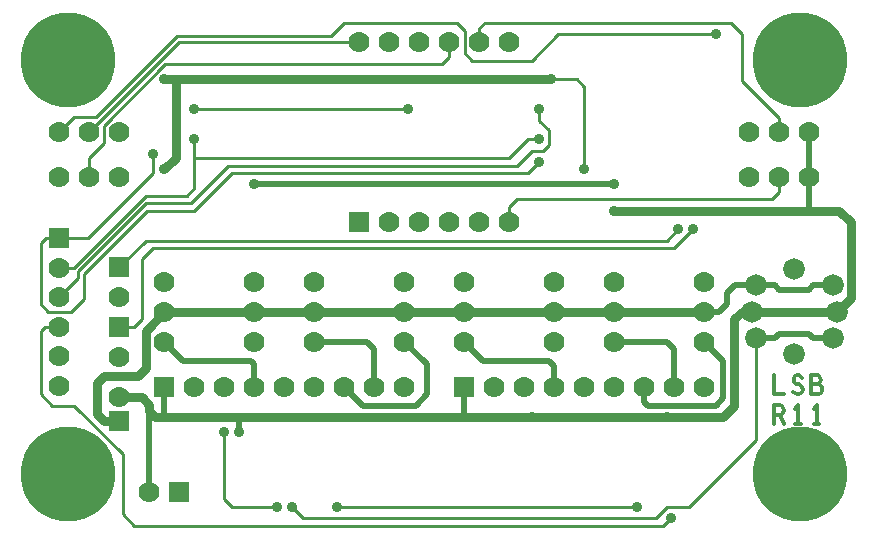
<source format=gtl>
G04 ================== begin FILE IDENTIFICATION RECORD ==================*
G04 Layout Name:  LEDSwitchBoard.brd*
G04 Film Name:    GB_LEDSwitchBoard.GTL*
G04 File Format:  Gerber RS274X*
G04 File Origin:  Cadence Allegro 16.6-S014*
G04 Origin Date:  Thu Feb 25 10:56:10 2016*
G04 *
G04 Layer:  ETCH/TOP*
G04 Layer:  PIN/TOP*
G04 Layer:  VIA CLASS/TOP*
G04 *
G04 Offset:    (0.0000 0.0000)*
G04 Mirror:    No*
G04 Mode:      Positive*
G04 Rotation:  0*
G04 FullContactRelief:  No*
G04 UndefLineWidth:     0.0000*
G04 ================== end FILE IDENTIFICATION RECORD ====================*
%FSLAX25Y25*MOMM*%
%IR0*IPPOS*OFA0.00000B0.00000*MIA0B0*SFA1.00000B1.00000*%
%ADD13C,.9144*%
%ADD10C,8.001*%
%ADD11C,1.778*%
%ADD14C,1.8288*%
%ADD12R,1.778X1.778*%
%ADD15C,.305*%
%ADD16C,.8*%
%ADD17C,.254*%
%ADD18C,.508*%
G75*
%LPD*%
G75*
G54D10*
X-3100000Y-1750000D03*
Y1750000D03*
X3100000Y-1750000D03*
Y1750000D03*
G54D11*
X-3175000Y-1006000D03*
Y-756000D03*
Y-506000D03*
Y-256000D03*
Y-6000D03*
Y762000D03*
X-2921000D03*
X-3175000Y1143000D03*
X-2921000D03*
X-2413000Y-1905000D03*
X-2286000Y-635000D03*
X-2667000Y-762000D03*
Y-1104900D03*
X-2286000Y-381000D03*
Y-127000D03*
X-2667000Y-254000D03*
Y762000D03*
Y1143000D03*
X-1524000Y-635000D03*
Y-1016000D03*
X-1778000D03*
X-2032000D03*
X-1524000Y-381000D03*
Y-127000D03*
X-1016000Y-635000D03*
X-762000Y-1016000D03*
X-1016000D03*
X-1270000D03*
X-1016000Y-381000D03*
Y-127000D03*
X-635000Y1905000D03*
X-254000Y-635000D03*
Y-1016000D03*
X-508000D03*
X-254000Y-381000D03*
Y-127000D03*
X-127000Y381000D03*
X-381000D03*
Y1905000D03*
X-127000D03*
X254000Y-635000D03*
X762000Y-1016000D03*
X508000D03*
X254000Y-381000D03*
Y-127000D03*
X635000Y381000D03*
X381000D03*
X127000D03*
Y1905000D03*
X381000D03*
X635000D03*
X1016000Y-635000D03*
X1524000D03*
Y-1016000D03*
X1270000D03*
X1016000D03*
Y-381000D03*
Y-127000D03*
X1524000Y-381000D03*
Y-127000D03*
X2032000Y-1016000D03*
X1778000D03*
X2286000Y-635000D03*
Y-1016000D03*
Y-381000D03*
Y-127000D03*
X2667000Y762000D03*
X2921000D03*
X2667000Y1143000D03*
X2921000D03*
X3175000Y762000D03*
Y1143000D03*
G54D12*
X-3175000Y244000D03*
X-2159000Y-1905000D03*
X-2286000Y-1016000D03*
X-2667000Y-1308100D03*
Y0D03*
Y-508000D03*
X-635000Y381000D03*
X254000Y-1016000D03*
G54D13*
X-2286000Y825500D03*
X-2381250Y952500D03*
X-2286000Y1587500D03*
X-1651000Y-1397000D03*
X-1778000D03*
X-1524000Y698500D03*
X-2032000Y1079500D03*
Y1333500D03*
X-1206500Y-2032000D03*
X-1333500D03*
X-825500D03*
X-222250Y1333500D03*
X825500Y-1270000D03*
X1270000Y825500D03*
X889000Y889000D03*
Y1079500D03*
Y1333500D03*
X984250Y1587500D03*
X2000240Y-2127240D03*
X1714500Y-2032000D03*
X1968500Y-1270000D03*
X1524000Y476250D03*
Y698500D03*
X2063750Y317500D03*
X2190750D03*
X2381250Y1968500D03*
G54D14*
X2688000Y-381000D03*
X2723000Y-156000D03*
Y-606000D03*
X3048000Y-741000D03*
X3408000Y-381000D03*
X3048000Y-21000D03*
X3373000Y-156000D03*
Y-606000D03*
G54D15*
G01X2877400Y-919480D02*
Y-1079500D01*
X2956980D01*
G01X3035430Y-1058170D02*
X3051340Y-1071500D01*
X3069250Y-1079500D01*
X3085170D01*
X3101090Y-1071500D01*
X3113030Y-1058170D01*
X3118990Y-1039490D01*
X3115010Y-1020830D01*
X3105060Y-1004830D01*
X3087160Y-994150D01*
X3063280Y-988820D01*
X3049360Y-978160D01*
X3043380Y-959490D01*
X3047370Y-940820D01*
X3057310Y-927480D01*
X3071240Y-919480D01*
X3085170D01*
X3099100Y-924810D01*
X3111040Y-938150D01*
G01X3253150Y-994150D02*
X3261110Y-986160D01*
X3267070Y-972820D01*
X3271060Y-954150D01*
X3267070Y-938150D01*
X3259120Y-927480D01*
X3245190Y-919480D01*
X3191470D01*
Y-1079500D01*
X3257130D01*
X3271060Y-1068830D01*
X3279010Y-1052830D01*
X3282990Y-1034160D01*
X3279010Y-1015500D01*
X3267070Y-999490D01*
X3253150Y-994150D01*
X3191470D01*
G01X2877400Y-1333500D02*
Y-1173480D01*
X2927140D01*
X2943060Y-1181480D01*
X2953010Y-1192150D01*
X2956980Y-1213490D01*
X2953010Y-1234820D01*
X2941070Y-1248150D01*
X2927140Y-1256160D01*
X2877400D01*
G01X2927140D02*
X2956980Y-1333500D01*
G01X3077210D02*
Y-1173480D01*
X3053330Y-1205480D01*
G01Y-1333500D02*
X3101080D01*
G01X3237230D02*
Y-1173480D01*
X3213350Y-1205480D01*
G01Y-1333500D02*
X3261100D01*
G54D16*
G01X-2286000Y-381000D02*
X-2444750Y-539750D01*
Y-857250D01*
X-2508250Y-920750D01*
X-2794000D01*
X-2857500Y-984250D01*
Y-1244600D01*
X-2794000Y-1308100D01*
X-2667000D01*
G01X-2276000Y-1270000D02*
X-2362200D01*
X-2413000Y-1219200D01*
G01X-1651000Y-1270000D02*
X-2276000D01*
G01X-2413000Y-1219200D02*
Y-1168400D01*
X-2476500Y-1104900D01*
X-2667000D01*
G01X-2286000Y-381000D02*
X-1524000D01*
G01X-2286000Y825500D02*
X-2187580Y923920D01*
Y1587500D01*
G01X984250D02*
X-2187580D01*
G01D02*
X-2286000D01*
G01X254000Y-1270000D02*
X-1651000D01*
G01X-1524000Y-381000D02*
X-1016000D01*
G01D02*
X-254000D01*
G01X254000D02*
X-254000D01*
G01X254000Y-1270000D02*
X825500D01*
G01X254000Y-381000D02*
X1016000D01*
G01X825500Y-1270000D02*
X1968500D01*
G01X1016000Y-381000D02*
X1524000D01*
G01X2688000D02*
X2603500D01*
X2540000Y-444500D01*
Y-1174750D01*
X2444750Y-1270000D01*
X1968500D01*
G01X1524000Y-381000D02*
X2286000D01*
G01X1524000Y476250D02*
X3175000D01*
G01X3408000Y-381000D02*
X2688000D01*
G01X3408000D02*
X3527300Y-261700D01*
Y377960D01*
X3429010Y476250D01*
X3175000D01*
G54D17*
G01X2000240Y-2127240D02*
X1936740Y-2190750D01*
X-2540000D01*
X-2635250Y-2095500D01*
Y-1587500D01*
X-3048000Y-1174750D01*
X-3238500D01*
X-3333750Y-1079500D01*
Y-539750D01*
X-3300000Y-506000D01*
X-3175000D01*
G01Y244000D02*
X-3289300D01*
X-3333750Y199550D01*
Y-317510D01*
X-3270800Y-380460D01*
X-3079210D01*
X-2967990Y-269240D01*
Y-56490D01*
X-2435250Y476250D01*
X-2032010D01*
X-1714510Y793750D01*
X793750D01*
X889000Y889000D01*
G01X-2032000Y919410D02*
Y666750D01*
X-2095500Y603250D01*
X-2444750D01*
X-3054000Y-6000D01*
X-3175000D01*
G01X889000Y1333500D02*
Y1238250D01*
X970280Y1156970D01*
Y1033780D01*
X920750Y984250D01*
X825490D01*
X698490Y857250D01*
X-1746260D01*
X-2063760Y539750D01*
X-2440000D01*
X-3016250Y-36500D01*
Y-97250D01*
X-3175000Y-256000D01*
G01X-2381250Y952500D02*
Y793750D01*
X-2931000Y244000D01*
X-3175000D01*
G01X-635000Y1905000D02*
X-2159000D01*
X-2921000Y1143000D01*
G01X127000Y1905000D02*
Y1778000D01*
X63500Y1714500D01*
X-2276610D01*
X-2796540Y1194570D01*
Y1045210D01*
X-2921000Y920750D01*
Y762000D01*
G01X-3175000Y1143000D02*
X-3050540Y1267460D01*
X-2864790D01*
X-2178990Y1953260D01*
X-872490D01*
X-762000Y2063750D01*
X190500D01*
X256540Y1997710D01*
Y1807210D01*
X317500Y1746250D01*
X825500D01*
X1047750Y1968500D01*
X2381250D01*
G01X-2667000Y0D02*
X-2444750Y222250D01*
X1968500D01*
X2063750Y317500D01*
G01X-2667000Y-508000D02*
X-2540000D01*
X-2476500Y-444500D01*
Y63500D01*
X-2381250Y158750D01*
X2032000D01*
X2190750Y317500D01*
G01X-1333500Y-2032000D02*
X-1714500D01*
X-1778000Y-1968500D01*
Y-1397000D01*
G01X-2032000Y1079500D02*
Y919410D01*
G01X889000Y1079500D02*
X793750D01*
X635000Y920750D01*
X-1147750D01*
X-1149090Y919410D01*
X-2032000D01*
G01X-222250Y1333500D02*
X-2032000D01*
G01X-1206500Y-2032000D02*
X-1111250Y-2127250D01*
X1873250D01*
X1968500Y-2032000D01*
X2158990D01*
X2723000Y-1467990D01*
Y-606000D01*
G01X-825500Y-2032000D02*
X1714500D01*
G01X2921000Y762000D02*
Y635000D01*
X2857500Y571500D01*
X698500D01*
X635000Y508000D01*
Y381000D01*
G01X381000Y1905000D02*
Y2019300D01*
X425450Y2063750D01*
X2508260D01*
X2603500Y1968510D01*
Y1574800D01*
X2921000Y1257300D01*
Y1143000D01*
G01X1270000Y825500D02*
Y1524000D01*
X1206500Y1587500D01*
X984250D01*
G54D18*
G01X-2413000Y-1905000D02*
Y-1219200D01*
G01X-2276000Y-1270000D02*
X-2286000Y-1260000D01*
Y-1016000D01*
G01X-1524000D02*
Y-825500D01*
X-1555750Y-793750D01*
X-2127250D01*
X-2286000Y-635000D01*
G01X-1651000Y-1397000D02*
Y-1270000D01*
G01X-1524000Y698500D02*
X1524000D01*
G01X-762000Y-1016000D02*
X-603250Y-1174750D01*
X-158750D01*
X-63500Y-1079500D01*
Y-825500D01*
X-254000Y-635000D01*
G01X-508000Y-1016000D02*
Y-698510D01*
X-571510Y-635000D01*
X-1016000D01*
G01X254000Y-1016000D02*
Y-1270000D01*
G01Y-635000D02*
X412750Y-793750D01*
X974250D01*
X1016000Y-835500D01*
Y-1016000D01*
G01X1778000D02*
Y-1143000D01*
X1809750Y-1174750D01*
X2381260D01*
X2444750Y-1111260D01*
Y-793750D01*
X2286000Y-635000D01*
G01X2032000Y-1016000D02*
Y-698500D01*
X1968500Y-635000D01*
X1524000D01*
G01X2723000Y-606000D02*
X2886500D01*
X2922430Y-570070D01*
X3173570D01*
X3209500Y-606000D01*
X3373000D01*
G01X2286000Y-381000D02*
X2413000D01*
X2476500Y-317500D01*
Y-222250D01*
X2542750Y-156000D01*
X2723000D01*
G01D02*
X2886500D01*
X2922430Y-191930D01*
X3173570D01*
X3209500Y-156000D01*
X3373000D01*
G01X3175000Y476250D02*
Y762000D01*
G01Y1143000D02*
Y762000D01*
M02*

</source>
